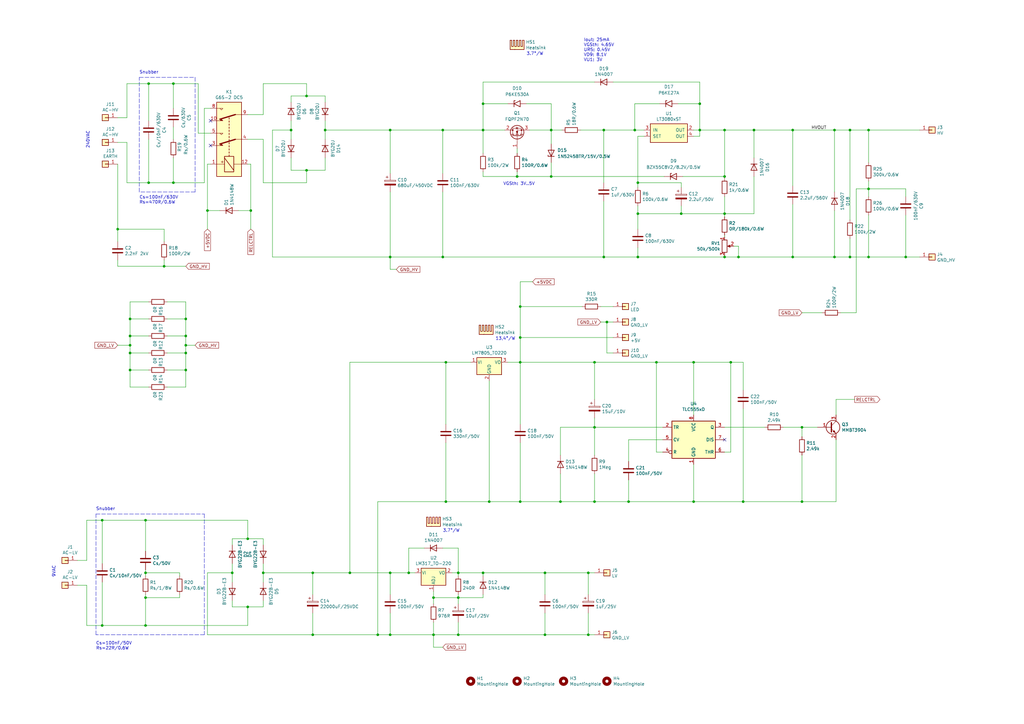
<source format=kicad_sch>
(kicad_sch (version 20211123) (generator eeschema)
  (paper "A3")
  (title_block (title "HV Power Supply LT3080 Maida") (date "2022-10-01") (rev "3"))
  (junction (at 213.36 138.43))
  (junction (at 76.2 151.765))
  (junction (at 181.61 105.41))
  (junction (at 269.24 148.59))
  (junction (at 198.12 234.95))
  (junction (at 213.36 148.59))
  (junction (at 299.72 148.59))
  (junction (at 182.88 205.74))
  (junction (at 154.94 260.35))
  (junction (at 48.26 93.98))
  (junction (at 53.34 144.78))
  (junction (at 348.615 53.34))
  (junction (at 59.69 256.54))
  (junction (at 325.12 105.41))
  (junction (at 53.34 130.81))
  (junction (at 229.87 205.74))
  (junction (at 243.84 205.74))
  (junction (at 297.18 53.34))
  (junction (at 226.06 72.39))
  (junction (at 59.69 245.11))
  (junction (at 101.6 248.92))
  (junction (at 177.8 260.35))
  (junction (at 342.265 53.34))
  (junction (at 261.62 74.93))
  (junction (at 128.27 234.95))
  (junction (at 160.02 260.35))
  (junction (at 257.81 205.74))
  (junction (at 160.02 105.41))
  (junction (at 53.34 137.795))
  (junction (at 297.18 72.39))
  (junction (at 167.64 234.95))
  (junction (at 102.87 86.36))
  (junction (at 59.69 213.36))
  (junction (at 212.09 72.39))
  (junction (at 187.96 260.35))
  (junction (at 297.18 87.63))
  (junction (at 223.52 234.95))
  (junction (at 76.2 130.81))
  (junction (at 125.73 39.37))
  (junction (at 187.96 234.95))
  (junction (at 247.65 105.41))
  (junction (at 125.73 69.85))
  (junction (at 297.18 105.41))
  (junction (at 243.84 175.26))
  (junction (at 304.8 205.74))
  (junction (at 248.92 132.08))
  (junction (at 187.96 245.11))
  (junction (at 76.2 141.605))
  (junction (at 41.91 256.54))
  (junction (at 71.12 34.29))
  (junction (at 325.12 53.34))
  (junction (at 279.4 87.63))
  (junction (at 348.615 105.41))
  (junction (at 241.3 234.95))
  (junction (at 181.61 53.34))
  (junction (at 260.35 53.34))
  (junction (at 160.02 234.95))
  (junction (at 371.475 105.41))
  (junction (at 128.27 260.35))
  (junction (at 243.84 148.59))
  (junction (at 287.02 53.34))
  (junction (at 213.36 205.74))
  (junction (at 287.02 42.545))
  (junction (at 53.34 141.605))
  (junction (at 241.3 260.35))
  (junction (at 284.48 205.74))
  (junction (at 198.12 42.545))
  (junction (at 160.02 53.34))
  (junction (at 342.265 105.41))
  (junction (at 213.36 125.73))
  (junction (at 328.93 205.74))
  (junction (at 143.51 234.95))
  (junction (at 101.6 220.98))
  (junction (at 356.235 105.41))
  (junction (at 261.62 105.41))
  (junction (at 223.52 260.35))
  (junction (at 182.88 148.59))
  (junction (at 107.95 234.95))
  (junction (at 328.93 175.26))
  (junction (at 53.34 151.765))
  (junction (at 76.2 137.795))
  (junction (at 261.62 87.63))
  (junction (at 133.35 53.34))
  (junction (at 302.895 105.41))
  (junction (at 309.245 53.34))
  (junction (at 177.8 245.11))
  (junction (at 200.66 205.74))
  (junction (at 226.06 53.34))
  (junction (at 119.38 53.34))
  (junction (at 41.91 213.36))
  (junction (at 60.96 74.93))
  (junction (at 284.48 148.59))
  (junction (at 247.65 53.34))
  (junction (at 198.12 53.34))
  (junction (at 59.69 234.95))
  (junction (at 60.96 34.29))
  (junction (at 95.25 234.95))
  (junction (at 356.235 77.47))
  (junction (at 85.09 86.36))
  (junction (at 71.12 74.93))
  (junction (at 67.31 109.22))
  (junction (at 356.235 53.34))
  (junction (at 76.2 144.78))
  (no_connect (at 297.18 180.34))
  (no_connect (at 86.36 49.53))
  (no_connect (at 86.36 59.69))
  (wire (pts (xy 356.235 74.295) (xy 356.235 77.47)))
  (wire (pts (xy 297.18 53.34) (xy 297.18 72.39)))
  (wire (pts (xy 302.895 100.965) (xy 302.895 105.41)))
  (wire (pts (xy 101.6 256.54) (xy 101.6 248.92)))
  (wire (pts (xy 95.25 220.98) (xy 101.6 220.98)))
  (wire (pts (xy 68.58 151.765) (xy 76.2 151.765)))
  (wire (pts (xy 351.155 77.47) (xy 356.235 77.47)))
  (wire (pts (xy 226.06 59.055) (xy 226.06 53.34)))
  (wire (pts (xy 371.475 105.41) (xy 377.19 105.41)))
  (polyline (pts (xy 39.37 260.35) (xy 39.37 210.82)))
  (wire (pts (xy 287.02 53.34) (xy 284.48 53.34)))
  (wire (pts (xy 181.61 53.34) (xy 198.12 53.34)))
  (wire (pts (xy 60.96 57.15) (xy 60.96 74.93)))
  (wire (pts (xy 302.895 105.41) (xy 325.12 105.41)))
  (wire (pts (xy 309.245 53.34) (xy 309.245 64.77)))
  (wire (pts (xy 53.34 137.795) (xy 53.34 141.605)))
  (wire (pts (xy 71.12 74.93) (xy 60.96 74.93)))
  (wire (pts (xy 342.9 180.34) (xy 342.9 205.74)))
  (wire (pts (xy 107.95 46.99) (xy 107.95 34.29)))
  (wire (pts (xy 297.18 185.42) (xy 299.72 185.42)))
  (wire (pts (xy 187.96 224.79) (xy 181.61 224.79)))
  (wire (pts (xy 177.8 260.35) (xy 177.8 255.27)))
  (wire (pts (xy 128.27 260.35) (xy 128.27 251.46)))
  (wire (pts (xy 213.36 115.57) (xy 213.36 125.73)))
  (wire (pts (xy 76.2 109.22) (xy 67.31 109.22)))
  (wire (pts (xy 328.93 205.74) (xy 304.8 205.74)))
  (wire (pts (xy 261.62 84.455) (xy 261.62 87.63)))
  (wire (pts (xy 68.58 137.795) (xy 76.2 137.795)))
  (wire (pts (xy 243.84 205.74) (xy 243.84 194.31)))
  (wire (pts (xy 48.26 58.42) (xy 52.07 58.42)))
  (wire (pts (xy 95.25 231.14) (xy 95.25 234.95)))
  (wire (pts (xy 35.56 256.54) (xy 41.91 256.54)))
  (wire (pts (xy 198.12 33.655) (xy 198.12 42.545)))
  (wire (pts (xy 68.58 158.75) (xy 76.2 158.75)))
  (wire (pts (xy 31.75 240.03) (xy 35.56 240.03)))
  (wire (pts (xy 223.52 234.95) (xy 241.3 234.95)))
  (wire (pts (xy 300.99 100.965) (xy 302.895 100.965)))
  (wire (pts (xy 154.94 260.35) (xy 154.94 205.74)))
  (wire (pts (xy 48.26 141.605) (xy 53.34 141.605)))
  (wire (pts (xy 241.3 251.46) (xy 241.3 260.35)))
  (polyline (pts (xy 57.15 78.74) (xy 57.15 31.75)))
  (wire (pts (xy 325.12 83.82) (xy 325.12 105.41)))
  (wire (pts (xy 229.87 205.74) (xy 213.36 205.74)))
  (wire (pts (xy 177.8 245.11) (xy 187.96 245.11)))
  (wire (pts (xy 59.69 233.68) (xy 59.69 234.95)))
  (wire (pts (xy 226.06 53.34) (xy 217.17 53.34)))
  (wire (pts (xy 85.09 260.35) (xy 85.09 234.95)))
  (wire (pts (xy 128.27 243.84) (xy 128.27 234.95)))
  (wire (pts (xy 160.02 260.35) (xy 177.8 260.35)))
  (wire (pts (xy 71.12 64.77) (xy 71.12 74.93)))
  (wire (pts (xy 297.18 105.41) (xy 302.895 105.41)))
  (wire (pts (xy 67.31 109.22) (xy 48.26 109.22)))
  (wire (pts (xy 287.02 42.545) (xy 287.02 53.34)))
  (wire (pts (xy 287.02 42.545) (xy 287.02 33.655)))
  (wire (pts (xy 160.02 105.41) (xy 181.61 105.41)))
  (wire (pts (xy 226.06 53.34) (xy 230.505 53.34)))
  (wire (pts (xy 73.66 234.95) (xy 73.66 236.22)))
  (wire (pts (xy 71.12 34.29) (xy 81.28 34.29)))
  (wire (pts (xy 133.35 69.85) (xy 133.35 64.77)))
  (wire (pts (xy 261.62 101.6) (xy 261.62 105.41)))
  (wire (pts (xy 261.62 74.93) (xy 261.62 76.835)))
  (wire (pts (xy 226.06 72.39) (xy 212.09 72.39)))
  (wire (pts (xy 342.9 163.83) (xy 342.9 170.18)))
  (wire (pts (xy 35.56 213.36) (xy 41.91 213.36)))
  (wire (pts (xy 342.265 53.34) (xy 348.615 53.34)))
  (wire (pts (xy 68.58 123.825) (xy 76.2 123.825)))
  (wire (pts (xy 160.02 110.49) (xy 160.02 105.41)))
  (wire (pts (xy 181.61 105.41) (xy 247.65 105.41)))
  (wire (pts (xy 287.02 33.655) (xy 251.46 33.655)))
  (wire (pts (xy 71.12 52.07) (xy 71.12 57.15)))
  (wire (pts (xy 143.51 234.95) (xy 160.02 234.95)))
  (wire (pts (xy 304.8 167.64) (xy 304.8 205.74)))
  (wire (pts (xy 243.84 260.35) (xy 241.3 260.35)))
  (wire (pts (xy 270.51 42.545) (xy 260.35 42.545)))
  (wire (pts (xy 247.65 105.41) (xy 261.62 105.41)))
  (wire (pts (xy 81.28 34.29) (xy 81.28 54.61)))
  (wire (pts (xy 297.18 96.52) (xy 297.18 97.155)))
  (wire (pts (xy 213.36 125.73) (xy 213.36 138.43)))
  (wire (pts (xy 247.65 53.34) (xy 260.35 53.34)))
  (wire (pts (xy 243.84 175.26) (xy 229.87 175.26)))
  (wire (pts (xy 251.46 138.43) (xy 213.36 138.43)))
  (wire (pts (xy 278.13 42.545) (xy 287.02 42.545)))
  (wire (pts (xy 181.61 265.43) (xy 177.8 265.43)))
  (wire (pts (xy 177.8 260.35) (xy 187.96 260.35)))
  (wire (pts (xy 309.245 72.39) (xy 309.245 87.63)))
  (wire (pts (xy 218.44 115.57) (xy 213.36 115.57)))
  (wire (pts (xy 187.96 243.84) (xy 187.96 245.11)))
  (wire (pts (xy 101.6 220.98) (xy 107.95 220.98)))
  (wire (pts (xy 304.8 205.74) (xy 284.48 205.74)))
  (wire (pts (xy 223.52 243.84) (xy 223.52 234.95)))
  (wire (pts (xy 76.2 141.605) (xy 80.01 141.605)))
  (wire (pts (xy 119.38 69.85) (xy 125.73 69.85)))
  (wire (pts (xy 187.96 234.95) (xy 187.96 224.79)))
  (wire (pts (xy 213.36 138.43) (xy 213.36 148.59)))
  (wire (pts (xy 181.61 78.74) (xy 181.61 105.41)))
  (wire (pts (xy 243.84 175.26) (xy 243.84 171.45)))
  (wire (pts (xy 243.84 175.26) (xy 243.84 186.69)))
  (wire (pts (xy 187.96 234.95) (xy 198.12 234.95)))
  (wire (pts (xy 53.34 151.765) (xy 60.96 151.765)))
  (wire (pts (xy 76.2 141.605) (xy 76.2 144.78)))
  (wire (pts (xy 128.27 260.35) (xy 154.94 260.35)))
  (wire (pts (xy 111.76 53.34) (xy 111.76 105.41)))
  (wire (pts (xy 128.27 260.35) (xy 85.09 260.35)))
  (wire (pts (xy 248.92 132.08) (xy 251.46 132.08)))
  (wire (pts (xy 246.38 132.08) (xy 248.92 132.08)))
  (wire (pts (xy 272.415 72.39) (xy 226.06 72.39)))
  (polyline (pts (xy 57.15 31.75) (xy 80.01 31.75)))
  (wire (pts (xy 247.65 82.55) (xy 247.65 105.41)))
  (wire (pts (xy 226.06 53.34) (xy 226.06 42.545)))
  (wire (pts (xy 223.52 251.46) (xy 223.52 260.35)))
  (wire (pts (xy 52.07 58.42) (xy 52.07 74.93)))
  (wire (pts (xy 31.75 229.87) (xy 35.56 229.87)))
  (wire (pts (xy 182.88 148.59) (xy 182.88 173.99)))
  (wire (pts (xy 107.95 220.98) (xy 107.95 223.52)))
  (wire (pts (xy 182.88 181.61) (xy 182.88 205.74)))
  (wire (pts (xy 182.88 148.59) (xy 143.51 148.59)))
  (wire (pts (xy 53.34 130.81) (xy 53.34 137.795)))
  (wire (pts (xy 187.96 260.35) (xy 223.52 260.35)))
  (wire (pts (xy 162.56 110.49) (xy 160.02 110.49)))
  (wire (pts (xy 133.35 53.34) (xy 133.35 57.15)))
  (wire (pts (xy 119.38 53.34) (xy 119.38 49.53)))
  (wire (pts (xy 68.58 130.81) (xy 76.2 130.81)))
  (wire (pts (xy 284.48 205.74) (xy 257.81 205.74)))
  (wire (pts (xy 284.48 148.59) (xy 269.24 148.59)))
  (wire (pts (xy 351.155 128.27) (xy 351.155 77.47)))
  (wire (pts (xy 297.18 87.63) (xy 309.245 87.63)))
  (wire (pts (xy 200.66 156.21) (xy 200.66 205.74)))
  (wire (pts (xy 279.4 74.93) (xy 261.62 74.93)))
  (wire (pts (xy 297.18 80.645) (xy 297.18 87.63)))
  (wire (pts (xy 297.18 53.34) (xy 287.02 53.34)))
  (wire (pts (xy 48.26 93.98) (xy 48.26 99.06)))
  (wire (pts (xy 125.73 39.37) (xy 133.35 39.37)))
  (wire (pts (xy 48.26 67.31) (xy 48.26 93.98)))
  (wire (pts (xy 198.12 53.34) (xy 198.12 62.865)))
  (wire (pts (xy 342.265 86.36) (xy 342.265 105.41)))
  (wire (pts (xy 243.84 205.74) (xy 229.87 205.74)))
  (wire (pts (xy 177.8 245.11) (xy 177.8 242.57)))
  (wire (pts (xy 107.95 34.29) (xy 125.73 34.29)))
  (wire (pts (xy 297.18 104.775) (xy 297.18 105.41)))
  (wire (pts (xy 160.02 53.34) (xy 181.61 53.34)))
  (wire (pts (xy 247.65 53.34) (xy 247.65 74.93)))
  (wire (pts (xy 60.96 123.825) (xy 53.34 123.825)))
  (wire (pts (xy 299.72 148.59) (xy 284.48 148.59)))
  (wire (pts (xy 243.84 33.655) (xy 198.12 33.655)))
  (wire (pts (xy 60.96 137.795) (xy 53.34 137.795)))
  (wire (pts (xy 76.2 151.765) (xy 76.2 144.78)))
  (wire (pts (xy 304.8 160.02) (xy 304.8 148.59)))
  (wire (pts (xy 344.805 128.27) (xy 351.155 128.27)))
  (wire (pts (xy 60.96 34.29) (xy 60.96 49.53)))
  (wire (pts (xy 160.02 53.34) (xy 160.02 71.12)))
  (wire (pts (xy 328.93 175.26) (xy 321.31 175.26)))
  (wire (pts (xy 59.69 243.84) (xy 59.69 245.11)))
  (wire (pts (xy 297.18 87.63) (xy 297.18 88.9)))
  (wire (pts (xy 41.91 256.54) (xy 41.91 238.76)))
  (wire (pts (xy 213.36 173.99) (xy 213.36 148.59)))
  (wire (pts (xy 119.38 41.91) (xy 119.38 39.37)))
  (wire (pts (xy 81.28 54.61) (xy 86.36 54.61)))
  (wire (pts (xy 342.265 53.34) (xy 342.265 78.74)))
  (wire (pts (xy 261.62 87.63) (xy 261.62 93.98)))
  (wire (pts (xy 53.34 151.765) (xy 53.34 144.78)))
  (wire (pts (xy 198.12 72.39) (xy 212.09 72.39)))
  (wire (pts (xy 181.61 71.12) (xy 181.61 53.34)))
  (wire (pts (xy 107.95 234.95) (xy 128.27 234.95)))
  (wire (pts (xy 101.6 213.36) (xy 101.6 220.98)))
  (polyline (pts (xy 80.01 78.74) (xy 57.15 78.74)))
  (wire (pts (xy 59.69 213.36) (xy 41.91 213.36)))
  (wire (pts (xy 85.09 67.31) (xy 86.36 67.31)))
  (wire (pts (xy 119.38 57.15) (xy 119.38 53.34)))
  (wire (pts (xy 356.235 53.34) (xy 356.235 66.675)))
  (wire (pts (xy 167.64 224.79) (xy 167.64 234.95)))
  (wire (pts (xy 107.95 234.95) (xy 107.95 238.76)))
  (wire (pts (xy 356.235 105.41) (xy 371.475 105.41)))
  (wire (pts (xy 177.8 265.43) (xy 177.8 260.35)))
  (wire (pts (xy 342.265 105.41) (xy 348.615 105.41)))
  (wire (pts (xy 167.64 234.95) (xy 170.18 234.95)))
  (wire (pts (xy 328.93 128.27) (xy 337.185 128.27)))
  (wire (pts (xy 143.51 148.59) (xy 143.51 234.95)))
  (wire (pts (xy 102.87 67.31) (xy 102.87 86.36)))
  (wire (pts (xy 261.62 55.88) (xy 261.62 74.93)))
  (wire (pts (xy 198.12 53.34) (xy 207.01 53.34)))
  (wire (pts (xy 243.84 148.59) (xy 269.24 148.59)))
  (wire (pts (xy 67.31 99.06) (xy 67.31 93.98)))
  (wire (pts (xy 284.48 55.88) (xy 287.02 55.88)))
  (wire (pts (xy 356.235 77.47) (xy 371.475 77.47)))
  (wire (pts (xy 125.73 74.93) (xy 107.95 74.93)))
  (wire (pts (xy 238.125 53.34) (xy 247.65 53.34)))
  (wire (pts (xy 182.88 205.74) (xy 200.66 205.74)))
  (wire (pts (xy 85.09 86.36) (xy 85.09 67.31)))
  (wire (pts (xy 264.16 55.88) (xy 261.62 55.88)))
  (wire (pts (xy 284.48 170.18) (xy 284.48 148.59)))
  (wire (pts (xy 101.6 67.31) (xy 102.87 67.31)))
  (wire (pts (xy 297.18 53.34) (xy 309.245 53.34)))
  (wire (pts (xy 160.02 78.74) (xy 160.02 105.41)))
  (wire (pts (xy 107.95 57.15) (xy 101.6 57.15)))
  (wire (pts (xy 299.72 185.42) (xy 299.72 148.59)))
  (wire (pts (xy 251.46 144.78) (xy 248.92 144.78)))
  (wire (pts (xy 59.69 256.54) (xy 41.91 256.54)))
  (wire (pts (xy 185.42 234.95) (xy 187.96 234.95)))
  (wire (pts (xy 187.96 236.22) (xy 187.96 234.95)))
  (wire (pts (xy 198.12 42.545) (xy 198.12 53.34)))
  (wire (pts (xy 48.26 48.26) (xy 52.07 48.26)))
  (wire (pts (xy 101.6 46.99) (xy 107.95 46.99)))
  (wire (pts (xy 85.09 234.95) (xy 95.25 234.95)))
  (wire (pts (xy 83.82 44.45) (xy 86.36 44.45)))
  (wire (pts (xy 223.52 260.35) (xy 241.3 260.35)))
  (wire (pts (xy 246.38 125.73) (xy 251.46 125.73)))
  (wire (pts (xy 125.73 69.85) (xy 125.73 74.93)))
  (wire (pts (xy 53.34 144.78) (xy 60.96 144.78)))
  (wire (pts (xy 198.12 70.485) (xy 198.12 72.39)))
  (wire (pts (xy 198.12 234.95) (xy 198.12 236.22)))
  (wire (pts (xy 67.31 93.98) (xy 48.26 93.98)))
  (wire (pts (xy 198.12 243.84) (xy 198.12 245.11)))
  (wire (pts (xy 309.245 53.34) (xy 325.12 53.34)))
  (wire (pts (xy 59.69 226.06) (xy 59.69 213.36)))
  (wire (pts (xy 68.58 144.78) (xy 76.2 144.78)))
  (wire (pts (xy 95.25 234.95) (xy 95.25 238.76)))
  (wire (pts (xy 342.9 205.74) (xy 328.93 205.74)))
  (wire (pts (xy 119.38 39.37) (xy 125.73 39.37)))
  (wire (pts (xy 133.35 53.34) (xy 160.02 53.34)))
  (wire (pts (xy 325.12 53.34) (xy 342.265 53.34)))
  (wire (pts (xy 35.56 229.87) (xy 35.56 213.36)))
  (wire (pts (xy 71.12 34.29) (xy 71.12 44.45)))
  (wire (pts (xy 279.4 84.455) (xy 279.4 87.63)))
  (wire (pts (xy 177.8 247.65) (xy 177.8 245.11)))
  (wire (pts (xy 356.235 53.34) (xy 377.19 53.34)))
  (wire (pts (xy 328.93 186.69) (xy 328.93 205.74)))
  (wire (pts (xy 76.2 137.795) (xy 76.2 141.605)))
  (wire (pts (xy 52.07 34.29) (xy 60.96 34.29)))
  (wire (pts (xy 325.12 105.41) (xy 342.265 105.41)))
  (wire (pts (xy 271.78 175.26) (xy 243.84 175.26)))
  (wire (pts (xy 215.9 42.545) (xy 226.06 42.545)))
  (wire (pts (xy 102.87 86.36) (xy 97.79 86.36)))
  (wire (pts (xy 76.2 130.81) (xy 76.2 137.795)))
  (wire (pts (xy 160.02 260.35) (xy 160.02 251.46)))
  (wire (pts (xy 200.66 205.74) (xy 213.36 205.74)))
  (wire (pts (xy 304.8 148.59) (xy 299.72 148.59)))
  (wire (pts (xy 107.95 231.14) (xy 107.95 234.95)))
  (wire (pts (xy 95.25 248.92) (xy 95.25 246.38)))
  (wire (pts (xy 198.12 245.11) (xy 187.96 245.11)))
  (wire (pts (xy 48.26 109.22) (xy 48.26 106.68)))
  (wire (pts (xy 160.02 105.41) (xy 111.76 105.41)))
  (wire (pts (xy 73.66 245.11) (xy 59.69 245.11)))
  (wire (pts (xy 297.18 87.63) (xy 279.4 87.63)))
  (wire (pts (xy 325.12 76.2) (xy 325.12 53.34)))
  (wire (pts (xy 59.69 245.11) (xy 59.69 256.54)))
  (wire (pts (xy 107.95 74.93) (xy 107.95 57.15)))
  (wire (pts (xy 35.56 240.03) (xy 35.56 256.54)))
  (wire (pts (xy 229.87 175.26) (xy 229.87 186.69)))
  (wire (pts (xy 335.28 175.26) (xy 328.93 175.26)))
  (wire (pts (xy 348.615 105.41) (xy 356.235 105.41)))
  (wire (pts (xy 76.2 123.825) (xy 76.2 130.81)))
  (wire (pts (xy 348.615 90.17) (xy 348.615 53.34)))
  (wire (pts (xy 269.24 185.42) (xy 269.24 148.59)))
  (wire (pts (xy 59.69 256.54) (xy 101.6 256.54)))
  (polyline (pts (xy 83.82 260.35) (xy 39.37 260.35)))
  (wire (pts (xy 257.81 205.74) (xy 243.84 205.74)))
  (polyline (pts (xy 83.82 210.82) (xy 83.82 260.35)))
  (wire (pts (xy 101.6 213.36) (xy 59.69 213.36)))
  (wire (pts (xy 229.87 205.74) (xy 229.87 194.31)))
  (wire (pts (xy 348.615 97.79) (xy 348.615 105.41)))
  (wire (pts (xy 212.09 70.485) (xy 212.09 72.39)))
  (wire (pts (xy 198.12 234.95) (xy 223.52 234.95)))
  (wire (pts (xy 133.35 39.37) (xy 133.35 41.91)))
  (wire (pts (xy 52.07 74.93) (xy 60.96 74.93)))
  (wire (pts (xy 102.87 93.98) (xy 102.87 86.36)))
  (wire (pts (xy 356.235 77.47) (xy 356.235 80.645)))
  (wire (pts (xy 71.12 74.93) (xy 83.82 74.93)))
  (wire (pts (xy 260.35 53.34) (xy 264.16 53.34)))
  (wire (pts (xy 198.12 42.545) (xy 208.28 42.545)))
  (wire (pts (xy 154.94 205.74) (xy 182.88 205.74)))
  (wire (pts (xy 271.78 180.34) (xy 257.81 180.34)))
  (wire (pts (xy 280.035 72.39) (xy 297.18 72.39)))
  (wire (pts (xy 95.25 220.98) (xy 95.25 223.52)))
  (wire (pts (xy 41.91 213.36) (xy 41.91 231.14)))
  (polyline (pts (xy 80.01 31.75) (xy 80.01 78.74)))
  (wire (pts (xy 241.3 234.95) (xy 243.84 234.95)))
  (wire (pts (xy 53.34 123.825) (xy 53.34 130.81)))
  (wire (pts (xy 226.06 66.675) (xy 226.06 72.39)))
  (wire (pts (xy 213.36 148.59) (xy 243.84 148.59)))
  (wire (pts (xy 125.73 39.37) (xy 125.73 34.29)))
  (wire (pts (xy 119.38 64.77) (xy 119.38 69.85)))
  (wire (pts (xy 297.18 72.39) (xy 297.18 73.025)))
  (wire (pts (xy 128.27 234.95) (xy 143.51 234.95)))
  (polyline (pts (xy 39.37 210.82) (xy 83.82 210.82)))
  (wire (pts (xy 59.69 236.22) (xy 59.69 234.95)))
  (wire (pts (xy 187.96 260.35) (xy 187.96 255.27)))
  (wire (pts (xy 73.66 243.84) (xy 73.66 245.11)))
  (wire (pts (xy 213.36 125.73) (xy 238.76 125.73)))
  (wire (pts (xy 243.84 163.83) (xy 243.84 148.59)))
  (wire (pts (xy 241.3 243.84) (xy 241.3 234.95)))
  (wire (pts (xy 248.92 144.78) (xy 248.92 132.08)))
  (wire (pts (xy 101.6 248.92) (xy 107.95 248.92)))
  (wire (pts (xy 60.96 158.75) (xy 53.34 158.75)))
  (wire (pts (xy 160.02 243.84) (xy 160.02 234.95)))
  (wire (pts (xy 76.2 158.75) (xy 76.2 151.765)))
  (wire (pts (xy 53.34 130.81) (xy 60.96 130.81)))
  (wire (pts (xy 187.96 245.11) (xy 187.96 247.65)))
  (wire (pts (xy 356.235 88.265) (xy 356.235 105.41)))
  (wire (pts (xy 133.35 49.53) (xy 133.35 53.34)))
  (wire (pts (xy 59.69 234.95) (xy 73.66 234.95)))
  (wire (pts (xy 95.25 248.92) (xy 101.6 248.92)))
  (wire (pts (xy 160.02 234.95) (xy 167.64 234.95)))
  (wire (pts (xy 53.34 158.75) (xy 53.34 151.765)))
  (wire (pts (xy 154.94 260.35) (xy 160.02 260.35)))
  (wire (pts (xy 348.615 53.34) (xy 356.235 53.34)))
  (wire (pts (xy 213.36 205.74) (xy 213.36 181.61)))
  (wire (pts (xy 125.73 69.85) (xy 133.35 69.85)))
  (wire (pts (xy 85.09 86.36) (xy 90.17 86.36)))
  (wire (pts (xy 107.95 246.38) (xy 107.95 248.92)))
  (wire (pts (xy 271.78 185.42) (xy 269.24 185.42)))
  (wire (pts (xy 212.09 60.96) (xy 212.09 62.865)))
  (wire (pts (xy 83.82 74.93) (xy 83.82 44.45)))
  (wire (pts (xy 279.4 87.63) (xy 261.62 87.63)))
  (wire (pts (xy 350.52 163.83) (xy 342.9 163.83)))
  (wire (pts (xy 371.475 88.265) (xy 371.475 105.41)))
  (wire (pts (xy 53.34 141.605) (xy 53.34 144.78)))
  (wire (pts (xy 284.48 190.5) (xy 284.48 205.74)))
  (wire (pts (xy 287.02 55.88) (xy 287.02 53.34)))
  (wire (pts (xy 257.81 180.34) (xy 257.81 189.23)))
  (wire (pts (xy 257.81 205.74) (xy 257.81 196.85)))
  (wire (pts (xy 279.4 76.835) (xy 279.4 74.93)))
  (wire (pts (xy 261.62 105.41) (xy 297.18 105.41)))
  (wire (pts (xy 328.93 179.07) (xy 328.93 175.26)))
  (wire (pts (xy 85.09 93.98) (xy 85.09 86.36)))
  (wire (pts (xy 297.18 175.26) (xy 313.69 175.26)))
  (wire (pts (xy 67.31 106.68) (xy 67.31 109.22)))
  (wire (pts (xy 193.04 148.59) (xy 182.88 148.59)))
  (wire (pts (xy 71.12 34.29) (xy 60.96 34.29)))
  (wire (pts (xy 260.35 42.545) (xy 260.35 53.34)))
  (wire (pts (xy 119.38 53.34) (xy 111.76 53.34)))
  (wire (pts (xy 371.475 80.645) (xy 371.475 77.47)))
  (wire (pts (xy 173.99 224.79) (xy 167.64 224.79)))
  (wire (pts (xy 208.28 148.59) (xy 213.36 148.59)))
  (wire (pts (xy 52.07 48.26) (xy 52.07 34.29)))
  (text "Snubber" (at 39.37 209.55 0) (effects (font (size 1.27 1.27)) (justify left bottom)))
  (text "Iout: 25mA\nVGSth: 4.65V\nUR5: 0.45V\nVD9: 8.1V\nVU1: 3V" (at 239.395 25.4 0) (effects (font (size 1.27 1.27)) (justify left bottom)))
  (text "Cs=100nF/630V\nRs=470R/0.6W" (at 57.15 83.82 0) (effects (font (size 1.27 1.27)) (justify left bottom)))
  (text "Snubber" (at 57.15 30.48 0) (effects (font (size 1.27 1.27)) (justify left bottom)))
  (text "13,4°/W" (at 203.2 139.7 0) (effects (font (size 1.27 1.27)) (justify left bottom)))
  (text "240VAC" (at 36.83 60.96 90) (effects (font (size 1.27 1.27)) (justify left bottom)))
  (text "9VAC" (at 22.86 236.855 90) (effects (font (size 1.27 1.27)) (justify left bottom)))
  (text "3.7°/W" (at 215.9 22.86 0) (effects (font (size 1.27 1.27)) (justify left bottom)))
  (text "Cs=100nF/50V\nRs=22R/0.6W" (at 39.37 266.7 0) (effects (font (size 1.27 1.27)) (justify left bottom)))
  (text "VGSth: 3V..5V" (at 206.375 76.2 0) (effects (font (size 1.27 1.27)) (justify left bottom)))
  (text "3.7°/W" (at 181.61 218.44 0) (effects (font (size 1.27 1.27)) (justify left bottom)))
  (label "HVOUT" (at 332.74 53.34 0))
  (global_label "RELCTRL" (shape input) (at 102.87 93.98 270) (property "Intersheet References" "${INTERSHEET_REFS}" (effects hide)))
  (global_label "+5VDC" (shape input) (at 218.44 115.57 0) (property "Intersheet References" "${INTERSHEET_REFS}" (effects hide)))
  (global_label "GND_LV" (shape input) (at 181.61 265.43 0) (property "Intersheet References" "${INTERSHEET_REFS}" (effects hide)))
  (global_label "+5VDC" (shape input) (at 85.09 93.98 270) (property "Intersheet References" "${INTERSHEET_REFS}" (effects hide)))
  (global_label "GND_HV" (shape input) (at 162.56 110.49 0) (property "Intersheet References" "${INTERSHEET_REFS}" (effects hide)))
  (global_label "GND_LV" (shape input) (at 48.26 141.605 180) (property "Intersheet References" "${INTERSHEET_REFS}" (effects hide)))
  (global_label "RELCTRL" (shape output) (at 350.52 163.83 0) (property "Intersheet References" "${INTERSHEET_REFS}" (effects hide)))
  (global_label "GND_HV" (shape input) (at 76.2 109.22 0) (property "Intersheet References" "${INTERSHEET_REFS}" (effects hide)))
  (global_label "GND_LV" (shape input) (at 246.38 132.08 180) (property "Intersheet References" "${INTERSHEET_REFS}" (effects hide)))
  (global_label "GND_HV" (shape input) (at 80.01 141.605 0) (property "Intersheet References" "${INTERSHEET_REFS}" (effects hide)))
  (global_label "GND_LV" (shape input) (at 328.93 128.27 180) (property "Intersheet References" "${INTERSHEET_REFS}" (effects hide)))
  (symbol (lib_id "Mechanical:MountingHole") (at 212.09 279.4 0) (unit 1)
    (property "Reference" "H2" (at 214.63 278.2316 0) (effects (justify left)))
    (property "Value" "MountingHole" (at 214.63 280.543 0) (effects (justify left)))
    (property "Footprint" "MountingHole:MountingHole_3.2mm_M3" (effects hide))
  )
  (symbol (lib_id "Mechanical:MountingHole") (at 231.14 279.4 0) (unit 1)
    (property "Reference" "H3" (at 233.68 278.2316 0) (effects (justify left)))
    (property "Value" "MountingHole" (at 233.68 280.543 0) (effects (justify left)))
    (property "Footprint" "MountingHole:MountingHole_3.2mm_M3" (effects hide))
  )
  (symbol (lib_id "Mechanical:MountingHole") (at 193.04 279.4 0) (unit 1)
    (property "Reference" "H1" (at 195.58 278.2316 0) (effects (justify left)))
    (property "Value" "MountingHole" (at 195.58 280.543 0) (effects (justify left)))
    (property "Footprint" "MountingHole:MountingHole_3.2mm_M3" (effects hide))
  )
  (symbol (lib_id "Mechanical:MountingHole") (at 248.92 279.4 0) (unit 1)
    (property "Reference" "H4" (at 251.46 278.2316 0) (effects (justify left)))
    (property "Value" "MountingHole" (at 251.46 280.543 0) (effects (justify left)))
    (property "Footprint" "MountingHole:MountingHole_3.2mm_M3" (effects hide))
  )
  (symbol (lib_id "Connector_Generic:Conn_01x01") (at 382.27 53.34 0) (unit 1)
    (property "Reference" "J3" (at 384.302 52.2732 0) (effects (justify left)))
    (property "Value" "HV" (at 384.302 54.5846 0) (effects (justify left)))
    (property "Footprint" "Connector_Pin:Pin_D1.3mm_L11.0mm" (effects hide))
  )
  (symbol (lib_id "Device:C_Polarized") (at 160.02 74.93 0) (unit 1)
    (property "Reference" "C10" (at 163.0172 73.7616 0) (effects (justify left)))
    (property "Value" "680uF/450VDC" (at 163.0172 76.073 0) (effects (justify left)))
    (property "Footprint" "Capacitor_THT:CP_Radial_D35.0mm_P10.00mm_SnapIn" (effects hide))
  )
  (symbol (lib_id "Device:C") (at 181.61 74.93 0) (unit 1)
    (property "Reference" "C11" (at 184.531 73.7616 0) (effects (justify left)))
    (property "Value" "100nF/630V" (at 184.531 76.073 0) (effects (justify left)))
    (property "Footprint" "Capacitor_THT:C_Rect_L18.0mm_W5.0mm_P15.00mm_FKS3_FKP3" (effects hide))
  )
  (symbol (lib_id "Device:R") (at 64.77 130.81 270) (unit 1)
    (property "Reference" "R17" (at 65.9384 132.588 0) (effects (justify left)))
    (property "Value" "0R" (at 63.627 132.588 0) (effects (justify left)))
    (property "Footprint" "Resistor_SMD:R_1206_3216Metric_Pad1.30x1.75mm_HandSolder" (effects hide))
  )
  (symbol (lib_id "Device:R") (at 64.77 123.825 270) (unit 1)
    (property "Reference" "R16" (at 65.9384 125.603 0) (effects (justify left)))
    (property "Value" "0R" (at 63.627 125.603 0) (effects (justify left)))
    (property "Footprint" "Resistor_SMD:R_1206_3216Metric_Pad1.30x1.75mm_HandSolder" (effects hide))
  )
  (symbol (lib_id "Device:C_Polarized") (at 128.27 247.65 0) (unit 1)
    (property "Reference" "C14" (at 131.2672 246.4816 0) (effects (justify left)))
    (property "Value" "22000uF/25VDC" (at 131.2672 248.793 0) (effects (justify left)))
    (property "Footprint" "Capacitor_THT:CP_Radial_D35.0mm_P10.00mm_SnapIn" (effects hide))
  )
  (symbol (lib_id "Regulator_Linear:LM317_TO-220") (at 177.8 234.95 0) (unit 1)
    (property "Reference" "U2" (at 177.8 228.8032 0))
    (property "Value" "LM317_TO-220" (at 177.8 231.1146 0))
    (property "Footprint" "Package_TO_SOT_THT:TO-220-3_Vertical" (effects hide))
    (property "Datasheet" "http://www.ti.com/lit/ds/symlink/lm317.pdf" (effects hide))
  )
  (symbol (lib_id "Device:C") (at 160.02 247.65 0) (unit 1)
    (property "Reference" "C15" (at 162.941 246.4816 0) (effects (justify left)))
    (property "Value" "100nF/50V" (at 162.941 248.793 0) (effects (justify left)))
    (property "Footprint" "Capacitor_SMD:C_0805_2012Metric_Pad1.18x1.45mm_HandSolder" (effects hide))
  )
  (symbol (lib_id "Device:R") (at 177.8 251.46 0) (unit 1)
    (property "Reference" "R7" (at 179.578 250.2916 0) (effects (justify left)))
    (property "Value" "976R" (at 179.578 252.603 0) (effects (justify left)))
    (property "Footprint" "Resistor_SMD:R_0805_2012Metric_Pad1.20x1.40mm_HandSolder" (effects hide))
  )
  (symbol (lib_id "Device:R") (at 187.96 240.03 0) (unit 1)
    (property "Reference" "R8" (at 189.738 238.8616 0) (effects (justify left)))
    (property "Value" "240R" (at 189.738 241.173 0) (effects (justify left)))
    (property "Footprint" "Resistor_SMD:R_0805_2012Metric_Pad1.20x1.40mm_HandSolder" (effects hide))
  )
  (symbol (lib_id "Diode:1N4007") (at 177.8 224.79 0) (unit 1)
    (property "Reference" "D11" (at 177.8 219.2782 0))
    (property "Value" "1N4007" (at 177.8 221.5896 0))
    (property "Footprint" "Diode_SMD:D_SMA_Handsoldering" (effects hide))
    (property "Datasheet" "http://www.vishay.com/docs/88503/1n4001.pdf" (effects hide))
  )
  (symbol (lib_id "Device:C_Polarized") (at 187.96 251.46 0) (unit 1)
    (property "Reference" "C17" (at 190.9572 250.2916 0) (effects (justify left)))
    (property "Value" "10uF/25V" (at 190.9572 252.603 0) (effects (justify left)))
    (property "Footprint" "Capacitor_THT:CP_Radial_D5.0mm_P2.00mm" (effects hide))
  )
  (symbol (lib_id "Diode:1N4007") (at 198.12 240.03 270) (unit 1)
    (property "Reference" "D12" (at 200.152 238.8616 90) (effects (justify left)))
    (property "Value" "1N4148W" (at 200.152 241.173 90) (effects (justify left)))
    (property "Footprint" "Diode_SMD:D_SOD-123" (effects hide))
    (property "Datasheet" "http://www.vishay.com/docs/88503/1n4001.pdf" (effects hide))
  )
  (symbol (lib_id "Connector_Generic:Conn_01x01") (at 382.27 105.41 0) (unit 1)
    (property "Reference" "J4" (at 384.302 104.3432 0) (effects (justify left)))
    (property "Value" "GND_HV" (at 384.302 106.6546 0) (effects (justify left)))
    (property "Footprint" "Connector_Pin:Pin_D1.3mm_L11.0mm" (effects hide))
  )
  (symbol (lib_id "Transistor_BJT:MMBT3904") (at 340.36 175.26 0) (unit 1)
    (property "Reference" "Q3" (at 345.2114 174.0916 0) (effects (justify left)))
    (property "Value" "MMBT3904" (at 345.2114 176.403 0) (effects (justify left)))
    (property "Footprint" "Package_TO_SOT_SMD:SOT-23" (effects hide))
    (property "Datasheet" "https://www.onsemi.com/pub/Collateral/2N3903-D.PDF" (effects hide))
  )
  (symbol (lib_id "Device:R") (at 328.93 182.88 0) (unit 1)
    (property "Reference" "R11" (at 330.708 181.7116 0) (effects (justify left)))
    (property "Value" "2.49k" (at 330.708 184.023 0) (effects (justify left)))
    (property "Footprint" "Resistor_SMD:R_0805_2012Metric_Pad1.20x1.40mm_HandSolder" (effects hide))
  )
  (symbol (lib_id "Device:R") (at 317.5 175.26 270) (unit 1)
    (property "Reference" "R10" (at 317.5 170.0022 90))
    (property "Value" "2.49k" (at 317.5 172.3136 90))
    (property "Footprint" "Resistor_SMD:R_0805_2012Metric_Pad1.20x1.40mm_HandSolder" (effects hide))
  )
  (symbol (lib_id "Timer:TLC555xD") (at 284.48 180.34 0) (unit 1)
    (property "Reference" "U4" (at 284.48 165.5826 0))
    (property "Value" "TLC555xD" (at 284.48 167.894 0))
    (property "Footprint" "Package_SO:SOIC-8_3.9x4.9mm_P1.27mm" (effects hide))
    (property "Datasheet" "http://www.ti.com/lit/ds/symlink/tlc555.pdf" (effects hide))
  )
  (symbol (lib_id "Regulator_Linear:LM7805_TO220") (at 200.66 148.59 0) (unit 1)
    (property "Reference" "U3" (at 200.66 142.4432 0))
    (property "Value" "LM7805_TO220" (at 200.66 144.7546 0))
    (property "Footprint" "Package_TO_SOT_THT:TO-220-3_Vertical" (effects hide))
    (property "Datasheet" "https://www.onsemi.cn/PowerSolutions/document/MC7800-D.PDF" (effects hide))
  )
  (symbol (lib_id "Device:C") (at 304.8 163.83 0) (unit 1)
    (property "Reference" "C22" (at 307.721 162.6616 0) (effects (justify left)))
    (property "Value" "100nF/50V" (at 307.721 164.973 0) (effects (justify left)))
    (property "Footprint" "Capacitor_SMD:C_0805_2012Metric_Pad1.18x1.45mm_HandSolder" (effects hide))
  )
  (symbol (lib_id "Device:C_Polarized") (at 241.3 247.65 0) (unit 1)
    (property "Reference" "C19" (at 244.2972 246.4816 0) (effects (justify left)))
    (property "Value" "1uF/25V" (at 244.2972 248.793 0) (effects (justify left)))
    (property "Footprint" "Capacitor_THT:CP_Radial_D5.0mm_P2.00mm" (effects hide))
  )
  (symbol (lib_id "Connector_Generic:Conn_01x01") (at 248.92 260.35 0) (unit 1)
    (property "Reference" "J6" (at 250.952 259.2832 0) (effects (justify left)))
    (property "Value" "GND_LV" (at 250.952 261.5946 0) (effects (justify left)))
    (property "Footprint" "Connector_Pin:Pin_D1.3mm_L11.0mm" (effects hide))
  )
  (symbol (lib_id "Connector_Generic:Conn_01x01") (at 248.92 234.95 0) (unit 1)
    (property "Reference" "J5" (at 250.952 233.8832 0) (effects (justify left)))
    (property "Value" "LV" (at 250.952 236.1946 0) (effects (justify left)))
    (property "Footprint" "Connector_Pin:Pin_D1.3mm_L11.0mm" (effects hide))
  )
  (symbol (lib_id "Device:C") (at 257.81 193.04 0) (unit 1)
    (property "Reference" "C21" (at 260.731 191.8716 0) (effects (justify left)))
    (property "Value" "100nF/50V" (at 260.731 194.183 0) (effects (justify left)))
    (property "Footprint" "Capacitor_SMD:C_0805_2012Metric_Pad1.18x1.45mm_HandSolder" (effects hide))
  )
  (symbol (lib_id "Device:C_Polarized") (at 243.84 167.64 0) (unit 1)
    (property "Reference" "C20" (at 246.8372 166.4716 0) (effects (justify left)))
    (property "Value" "15uF/10V" (at 246.8372 168.783 0) (effects (justify left)))
    (property "Footprint" "Capacitor_Tantalum_SMD:CP_EIA-3216-12_Kemet-S_Pad1.58x1.35mm_HandSolder" (effects hide))
  )
  (symbol (lib_id "Device:R") (at 243.84 190.5 0) (unit 1)
    (property "Reference" "R9" (at 245.618 189.3316 0) (effects (justify left)))
    (property "Value" "1Meg" (at 245.618 191.643 0) (effects (justify left)))
    (property "Footprint" "Resistor_SMD:R_0805_2012Metric_Pad1.20x1.40mm_HandSolder" (effects hide))
  )
  (symbol (lib_id "Diode:1N4148W") (at 229.87 190.5 270) (unit 1)
    (property "Reference" "D13" (at 231.902 189.3316 90) (effects (justify left)))
    (property "Value" "1N4148W" (at 231.902 191.643 90) (effects (justify left)))
    (property "Footprint" "Diode_SMD:D_SOD-123" (effects hide))
    (property "Datasheet" "https://www.vishay.com/docs/85748/1n4148w.pdf" (effects hide))
  )
  (symbol (lib_id "Device:C") (at 182.88 177.8 0) (unit 1)
    (property "Reference" "C16" (at 185.801 176.6316 0) (effects (justify left)))
    (property "Value" "330nF/50V" (at 185.801 178.943 0) (effects (justify left)))
    (property "Footprint" "Capacitor_SMD:C_0805_2012Metric_Pad1.18x1.45mm_HandSolder" (effects hide))
  )
  (symbol (lib_id "Device:C") (at 213.36 177.8 0) (unit 1)
    (property "Reference" "C18" (at 216.281 176.6316 0) (effects (justify left)))
    (property "Value" "100nF/50V" (at 216.281 178.943 0) (effects (justify left)))
    (property "Footprint" "Capacitor_SMD:C_0805_2012Metric_Pad1.18x1.45mm_HandSolder" (effects hide))
  )
  (symbol (lib_id "Mechanical:Heatsink") (at 177.8 215.9 0) (unit 1)
    (property "Reference" "HS3" (at 181.4068 212.8266 0) (effects (justify left)))
    (property "Value" "Heatsink" (at 181.4068 215.138 0) (effects (justify left)))
    (property "Footprint" "Heatsink:Heatsink_Fischer_SK129-STS_42x25mm_2xDrill2.5mm" (effects hide))
  )
  (symbol (lib_id "Device:R") (at 64.77 137.795 270) (unit 1)
    (property "Reference" "R12" (at 65.9384 139.573 0) (effects (justify left)))
    (property "Value" "0R" (at 63.627 139.573 0) (effects (justify left)))
    (property "Footprint" "Resistor_SMD:R_1206_3216Metric_Pad1.30x1.75mm_HandSolder" (effects hide))
  )
  (symbol (lib_id "Device:R") (at 64.77 144.78 270) (unit 1)
    (property "Reference" "R13" (at 65.9384 146.558 0) (effects (justify left)))
    (property "Value" "0R" (at 63.627 146.558 0) (effects (justify left)))
    (property "Footprint" "Resistor_SMD:R_1206_3216Metric_Pad1.30x1.75mm_HandSolder" (effects hide))
  )
  (symbol (lib_id "Device:R") (at 64.77 151.765 270) (unit 1)
    (property "Reference" "R14" (at 65.9384 153.543 0) (effects (justify left)))
    (property "Value" "0R" (at 63.627 153.543 0) (effects (justify left)))
    (property "Footprint" "Resistor_SMD:R_1206_3216Metric_Pad1.30x1.75mm_HandSolder" (effects hide))
  )
  (symbol (lib_id "Device:R") (at 242.57 125.73 270) (unit 1)
    (property "Reference" "R15" (at 242.57 120.4722 90))
    (property "Value" "330R" (at 242.57 122.7836 90))
    (property "Footprint" "Resistor_SMD:R_0805_2012Metric_Pad1.20x1.40mm_HandSolder" (effects hide))
  )
  (symbol (lib_id "Connector_Generic:Conn_01x01") (at 256.54 132.08 0) (unit 1)
    (property "Reference" "J8" (at 258.572 131.0132 0) (effects (justify left)))
    (property "Value" "GND_LV" (at 258.572 133.3246 0) (effects (justify left)))
    (property "Footprint" "Connector_Pin:Pin_D1.0mm_L10.0mm" (effects hide))
  )
  (symbol (lib_id "Connector_Generic:Conn_01x01") (at 256.54 125.73 0) (unit 1)
    (property "Reference" "J7" (at 258.572 124.6632 0) (effects (justify left)))
    (property "Value" "LED" (at 258.572 126.9746 0) (effects (justify left)))
    (property "Footprint" "Connector_Pin:Pin_D1.0mm_L10.0mm" (effects hide))
  )
  (symbol (lib_id "Connector_Generic:Conn_01x01") (at 256.54 144.78 0) (unit 1)
    (property "Reference" "J10" (at 258.572 143.7132 0) (effects (justify left)))
    (property "Value" "GND_LV" (at 258.572 146.0246 0) (effects (justify left)))
    (property "Footprint" "Connector_Pin:Pin_D1.0mm_L10.0mm" (effects hide))
  )
  (symbol (lib_id "Connector_Generic:Conn_01x01") (at 256.54 138.43 0) (unit 1)
    (property "Reference" "J9" (at 258.572 137.3632 0) (effects (justify left)))
    (property "Value" "+5V" (at 258.572 139.6746 0) (effects (justify left)))
    (property "Footprint" "Connector_Pin:Pin_D1.0mm_L10.0mm" (effects hide))
  )
  (symbol (lib_id "Mechanical:Heatsink") (at 199.39 137.16 0) (unit 1)
    (property "Reference" "HS2" (at 202.9968 134.0866 0) (effects (justify left)))
    (property "Value" "Heatsink" (at 202.9968 136.398 0) (effects (justify left)))
    (property "Footprint" "Heatsink:Heatsink_Fischer_SK104-STC-STIC_35x13mm_2xDrill2.5mm" (effects hide))
  )
  (symbol (lib_id "Diode:1N4007") (at 342.265 82.55 270) (unit 1)
    (property "Reference" "D18" (at 347.7768 82.55 0))
    (property "Value" "1N4007" (at 345.4654 82.55 0))
    (property "Footprint" "Diode_THT:D_DO-41_SOD81_P10.16mm_Horizontal" (effects hide))
    (property "Datasheet" "http://www.vishay.com/docs/88503/1n4001.pdf" (effects hide))
  )
  (symbol (lib_id "Device:D") (at 95.25 227.33 270) (unit 1)
    (property "Reference" "D2" (at 100.7618 227.33 0))
    (property "Value" "BYG22B-E3" (at 98.4504 227.33 0))
    (property "Footprint" "Diode_SMD:D_SMA_Handsoldering" (effects hide))
  )
  (symbol (lib_id "Device:D") (at 95.25 242.57 90) (unit 1)
    (property "Reference" "D3" (at 89.7382 242.57 0))
    (property "Value" "BYG22B-E3" (at 92.0496 242.57 0))
    (property "Footprint" "Diode_SMD:D_SMA_Handsoldering" (effects hide))
  )
  (symbol (lib_id "Device:D") (at 107.95 227.33 90) (unit 1)
    (property "Reference" "D4" (at 102.4382 227.33 0))
    (property "Value" "BYG22B-E3" (at 104.7496 227.33 0))
    (property "Footprint" "Diode_SMD:D_SMA_Handsoldering" (effects hide))
  )
  (symbol (lib_id "Device:D") (at 107.95 242.57 270) (unit 1)
    (property "Reference" "D5" (at 113.4618 242.57 0))
    (property "Value" "BYG22B-E3" (at 111.1504 242.57 0))
    (property "Footprint" "Diode_SMD:D_SMA_Handsoldering" (effects hide))
  )
  (symbol (lib_id "Connector_Generic:Conn_01x01") (at 26.67 229.87 0) (mirror y) (unit 1)
    (property "Reference" "J1" (at 28.7528 224.3582 0))
    (property "Value" "AC-LV" (at 28.7528 226.6696 0))
    (property "Footprint" "Connector_Pin:Pin_D1.3mm_L11.0mm" (effects hide))
  )
  (symbol (lib_id "Connector_Generic:Conn_01x01") (at 26.67 240.03 0) (mirror y) (unit 1)
    (property "Reference" "J2" (at 28.7528 234.5182 0))
    (property "Value" "AC-LV" (at 28.7528 236.8296 0))
    (property "Footprint" "Connector_Pin:Pin_D1.3mm_L11.0mm" (effects hide))
  )
  (symbol (lib_id "Device:C") (at 41.91 234.95 0) (unit 1)
    (property "Reference" "C1" (at 44.831 233.7816 0) (effects (justify left)))
    (property "Value" "Cx/10nF/50V" (at 44.831 236.093 0) (effects (justify left)))
    (property "Footprint" "Capacitor_SMD:C_0805_2012Metric_Pad1.18x1.45mm_HandSolder" (effects hide))
  )
  (symbol (lib_id "Device:C") (at 59.69 229.87 0) (unit 1)
    (property "Reference" "C3" (at 62.611 228.7016 0) (effects (justify left)))
    (property "Value" "Cs/50V" (at 62.611 231.013 0) (effects (justify left)))
    (property "Footprint" "Capacitor_SMD:C_0805_2012Metric_Pad1.18x1.45mm_HandSolder" (effects hide))
  )
  (symbol (lib_id "Device:R") (at 59.69 240.03 0) (unit 1)
    (property "Reference" "R1" (at 61.468 238.8616 0) (effects (justify left)))
    (property "Value" "Rs/1/8W" (at 61.468 241.173 0) (effects (justify left)))
    (property "Footprint" "Resistor_SMD:R_0805_2012Metric_Pad1.20x1.40mm_HandSolder" (effects hide))
  )
  (symbol (lib_id "Device:R") (at 73.66 240.03 0) (unit 1)
    (property "Reference" "R20" (at 75.438 238.8616 0) (effects (justify left)))
    (property "Value" "Rs/0.6W" (at 75.438 241.173 0) (effects (justify left)))
    (property "Footprint" "Resistor_THT:R_Axial_DIN0207_L6.3mm_D2.5mm_P10.16mm_Horizontal" (effects hide))
  )
  (symbol (lib_id "Device:D") (at 133.35 45.72 90) (unit 1)
    (property "Reference" "D8" (at 127.8636 45.72 0))
    (property "Value" "BYG20J" (at 130.175 45.72 0))
    (property "Footprint" "Diode_SMD:D_SMA_Handsoldering" (effects hide))
    (property "Datasheet" "http://www.vishay.com/docs/88503/1n4001.pdf" (effects hide))
  )
  (symbol (lib_id "Device:D") (at 119.38 45.72 270) (unit 1)
    (property "Reference" "D6" (at 124.8664 45.72 0))
    (property "Value" "BYG20J" (at 122.555 45.72 0))
    (property "Footprint" "Diode_SMD:D_SMA_Handsoldering" (effects hide))
    (property "Datasheet" "http://www.vishay.com/docs/88503/1n4001.pdf" (effects hide))
  )
  (symbol (lib_id "Device:D") (at 133.35 60.96 270) (unit 1)
    (property "Reference" "D14" (at 138.8364 60.96 0))
    (property "Value" "BYG20J" (at 136.525 60.96 0))
    (property "Footprint" "Diode_SMD:D_SMA_Handsoldering" (effects hide))
    (property "Datasheet" "http://www.vishay.com/docs/88503/1n4001.pdf" (effects hide))
  )
  (symbol (lib_id "Device:D") (at 119.38 60.96 90) (unit 1)
    (property "Reference" "D7" (at 113.8936 60.96 0))
    (property "Value" "BYG20J" (at 116.205 60.96 0))
    (property "Footprint" "Diode_SMD:D_SMA_Handsoldering" (effects hide))
    (property "Datasheet" "http://www.vishay.com/docs/88503/1n4001.pdf" (effects hide))
  )
  (symbol (lib_id "Device:C") (at 48.26 102.87 0) (unit 1)
    (property "Reference" "C2" (at 51.181 101.7016 0) (effects (justify left)))
    (property "Value" "2.2nF 2kV" (at 51.181 104.013 0) (effects (justify left)))
    (property "Footprint" "Capacitor_THT:C_Rect_L18.0mm_W5.0mm_P15.00mm_FKS3_FKP3" (effects hide))
  )
  (symbol (lib_id "Device:R") (at 67.31 102.87 0) (unit 1)
    (property "Reference" "R18" (at 69.088 101.7016 0) (effects (justify left)))
    (property "Value" "100R/2W" (at 69.088 104.013 0) (effects (justify left)))
    (property "Footprint" "Resistor_THT:R_Axial_DIN0414_L11.9mm_D4.5mm_P15.24mm_Horizontal" (effects hide))
  )
  (symbol (lib_id "Diode:1N4148W") (at 93.98 86.36 0) (unit 1)
    (property "Reference" "D1" (at 92.8116 84.328 90) (effects (justify left)))
    (property "Value" "1N4148W" (at 95.123 84.328 90) (effects (justify left)))
    (property "Footprint" "Diode_SMD:D_SOD-123" (effects hide))
    (property "Datasheet" "https://www.vishay.com/docs/85748/1n4148w.pdf" (effects hide))
  )
  (symbol (lib_id "Connector_Generic:Conn_01x01") (at 43.18 48.26 0) (mirror y) (unit 1)
    (property "Reference" "J11" (at 45.2628 42.7482 0))
    (property "Value" "AC-HV" (at 45.2628 45.0596 0))
    (property "Footprint" "Connector_Pin:Pin_D1.3mm_L11.0mm" (effects hide))
  )
  (symbol (lib_id "Connector_Generic:Conn_01x01") (at 43.18 58.42 0) (mirror y) (unit 1)
    (property "Reference" "J12" (at 45.2628 52.9082 0))
    (property "Value" "AC-HV" (at 45.2628 55.2196 0))
    (property "Footprint" "Connector_Pin:Pin_D1.3mm_L11.0mm" (effects hide))
  )
  (symbol (lib_id "Connector_Generic:Conn_01x01") (at 43.18 67.31 0) (mirror y) (unit 1)
    (property "Reference" "J13" (at 45.2628 61.7982 0))
    (property "Value" "EARTH" (at 45.2628 64.1096 0))
    (property "Footprint" "Connector_Pin:Pin_D1.3mm_L11.0mm" (effects hide))
  )
  (symbol (lib_id "Device:R") (at 71.12 60.96 0) (unit 1)
    (property "Reference" "R19" (at 73.66 62.23 90) (effects (justify left)))
    (property "Value" "Rs/0.6W" (at 76.2 63.5 90) (effects (justify left)))
    (property "Footprint" "Resistor_THT:R_Axial_DIN0207_L6.3mm_D2.5mm_P10.16mm_Horizontal" (effects hide))
  )
  (symbol (lib_id "Device:C") (at 71.12 48.26 180) (unit 1)
    (property "Reference" "C5" (at 77.5208 48.26 90))
    (property "Value" "Cs/630V" (at 75.2094 48.26 90))
    (property "Footprint" "Capacitor_THT:C_Rect_L18.0mm_W5.0mm_P15.00mm_FKS3_FKP3" (effects hide))
  )
  (symbol (lib_id "Device:C") (at 60.96 53.34 180) (unit 1)
    (property "Reference" "C4" (at 67.3608 53.34 90))
    (property "Value" "Cx/10nF/630V" (at 65.0494 53.34 90))
    (property "Footprint" "Capacitor_THT:C_Rect_L13.0mm_W4.0mm_P10.00mm_FKS3_FKP3_MKS4" (effects hide))
  )
  (symbol (lib_id "Relay:G6S-2") (at 93.98 57.15 90) (unit 1)
    (property "Reference" "K1" (at 93.98 37.6682 90))
    (property "Value" "G6S-2 DC5" (at 93.98 39.9796 90))
    (property "Footprint" "Relay_THT:Relay_DPDT_Omron_G6S-2" (effects hide))
    (property "Datasheet" "http://omronfs.omron.com/en_US/ecb/products/pdf/en-g6s.pdf" (effects hide))
  )
  (symbol (lib_id "Mechanical:Heatsink") (at 212.09 20.32 0) (unit 1)
    (property "Reference" "HS1" (at 215.6968 17.2466 0) (effects (justify left)))
    (property "Value" "Heatsink" (at 215.6968 19.558 0) (effects (justify left)))
    (property "Footprint" "Heatsink:Heatsink_Fischer_SK129-STS_42x25mm_2xDrill2.5mm" (effects hide))
  )
  (symbol (lib_id "Device:C") (at 223.52 247.65 0) (unit 1)
    (property "Reference" "C6" (at 226.441 246.4816 0) (effects (justify left)))
    (property "Value" "100nF/50V" (at 226.441 248.793 0) (effects (justify left)))
    (property "Footprint" "Capacitor_SMD:C_0805_2012Metric_Pad1.18x1.45mm_HandSolder" (effects hide))
  )
  (symbol (lib_id "Device:R") (at 297.18 92.71 180) (unit 1)
    (property "Reference" "R2" (at 298.958 91.5416 0) (effects (justify right)))
    (property "Value" "0R/180k/0.6W" (at 298.958 93.853 0) (effects (justify right)))
    (property "Footprint" "Resistor_THT:R_Axial_DIN0207_L6.3mm_D2.5mm_P10.16mm_Horizontal" (effects hide))
  )
  (symbol (lib_id "Device:R") (at 212.09 66.675 0) (unit 1)
    (property "Reference" "R4" (at 213.868 65.5066 0) (effects (justify left)))
    (property "Value" "100R/0.6W" (at 213.868 67.818 0) (effects (justify left)))
    (property "Footprint" "Resistor_THT:R_Axial_DIN0207_L6.3mm_D2.5mm_P10.16mm_Horizontal" (effects hide))
  )
  (symbol (lib_id "hv-power-supply-rescue:R_POT-Device") (at 297.18 100.965 0) (unit 1)
    (property "Reference" "RV1" (at 295.4274 99.7966 0) (effects (justify right)))
    (property "Value" "50k/500k" (at 295.4274 102.108 0) (effects (justify right)))
    (property "Footprint" "Potentiometer_THT:Potentiometer_Bourns_3296W_Vertical" (effects hide))
  )
  (symbol (lib_id "Transistor_FET:IRF740") (at 212.09 55.88 90) (unit 1)
    (property "Reference" "Q1" (at 212.09 46.355 90))
    (property "Value" "FQPF2N70" (at 212.09 48.895 90))
    (property "Footprint" "Package_TO_SOT_THT:TO-220-3_Vertical" (effects hide))
    (property "Datasheet" "http://www.vishay.com/docs/91054/91054.pdf" (effects hide))
  )
  (symbol (lib_id "hv-power-supply-rescue:CP-Device") (at 279.4 80.645 0) (unit 1)
    (property "Reference" "C12" (at 282.3972 79.4766 0) (effects (justify left)))
    (property "Value" "2.2uF/50V" (at 282.3972 81.788 0) (effects (justify left)))
    (property "Footprint" "Capacitor_THT:CP_Radial_D5.0mm_P2.50mm" (effects hide))
  )
  (symbol (lib_id "Device:R") (at 297.18 76.835 180) (unit 1)
    (property "Reference" "R21" (at 298.958 75.6666 0) (effects (justify right)))
    (property "Value" "1k/0.6W" (at 298.958 77.978 0) (effects (justify right)))
    (property "Footprint" "Resistor_THT:R_Axial_DIN0207_L6.3mm_D2.5mm_P10.16mm_Horizontal" (effects hide))
  )
  (symbol (lib_id "Diode:1N4007") (at 309.245 68.58 270) (unit 1)
    (property "Reference" "D16" (at 314.7568 68.58 0))
    (property "Value" "1N4007" (at 312.4454 68.58 0))
    (property "Footprint" "Diode_THT:D_DO-41_SOD81_P10.16mm_Horizontal" (effects hide))
    (property "Datasheet" "http://www.vishay.com/docs/88503/1n4001.pdf" (effects hide))
  )
  (symbol (lib_id "Diode:1N4007") (at 247.65 33.655 0) (unit 1)
    (property "Reference" "D19" (at 247.65 28.1432 0))
    (property "Value" "1N4007" (at 247.65 30.4546 0))
    (property "Footprint" "Diode_THT:D_DO-41_SOD81_P10.16mm_Horizontal" (effects hide))
    (property "Datasheet" "http://www.vishay.com/docs/88503/1n4001.pdf" (effects hide))
  )
  (symbol (lib_id "Diode:1.5KExxA") (at 274.32 42.545 0) (unit 1)
    (property "Reference" "D17" (at 274.32 35.56 0))
    (property "Value" "P6KE27A" (at 274.32 38.1 0))
    (property "Footprint" "Diode_THT:D_DO-15_P12.70mm_Horizontal" (effects hide))
    (property "Datasheet" "https://www.vishay.com/docs/88301/15ke.pdf" (effects hide))
  )
  (symbol (lib_id "Device:R") (at 198.12 66.675 0) (unit 1)
    (property "Reference" "R3" (at 199.898 65.5066 0) (effects (justify left)))
    (property "Value" "100k/2W" (at 199.898 67.818 0) (effects (justify left)))
    (property "Footprint" "Resistor_THT:R_Axial_DIN0414_L11.9mm_D4.5mm_P15.24mm_Horizontal" (effects hide))
  )
  (symbol (lib_id "Device:C") (at 247.65 78.74 0) (unit 1)
    (property "Reference" "C7" (at 250.571 77.5716 0) (effects (justify left)))
    (property "Value" "1uF/630V" (at 250.571 79.883 0) (effects (justify left)))
    (property "Footprint" "Capacitor_THT:C_Rect_L26.5mm_W11.5mm_P22.50mm_MKS4" (effects hide))
  )
  (symbol (lib_id "Device:R") (at 261.62 80.645 180) (unit 1)
    (property "Reference" "R6" (at 263.398 79.4766 0) (effects (justify right)))
    (property "Value" "100k/0.6W" (at 263.398 81.788 0) (effects (justify right)))
    (property "Footprint" "Resistor_THT:R_Axial_DIN0207_L6.3mm_D2.5mm_P10.16mm_Horizontal" (effects hide))
  )
  (symbol (lib_id "Device:R") (at 356.235 70.485 0) (unit 1)
    (property "Reference" "R25" (at 358.013 69.3166 0) (effects (justify left)))
    (property "Value" "300k/0.6W" (at 358.013 71.628 0) (effects (justify left)))
    (property "Footprint" "Resistor_THT:R_Axial_DIN0207_L6.3mm_D2.5mm_P10.16mm_Horizontal" (effects hide))
  )
  (symbol (lib_id "Device:C") (at 325.12 80.01 0) (unit 1)
    (property "Reference" "C13" (at 328.041 78.8416 0) (effects (justify left)))
    (property "Value" "2.2uF/560V" (at 328.041 81.153 0) (effects (justify left)))
    (property "Footprint" "Capacitor_THT:C_Rect_L33.0mm_W15.0mm_P27.50mm_MKS4" (effects hide))
  )
  (symbol (lib_id "Device:R") (at 356.235 84.455 0) (unit 1)
    (property "Reference" "R26" (at 358.013 83.2866 0) (effects (justify left)))
    (property "Value" "100k/0.6W" (at 358.013 85.598 0) (effects (justify left)))
    (property "Footprint" "Resistor_THT:R_Axial_DIN0207_L6.3mm_D2.5mm_P10.16mm_Horizontal" (effects hide))
  )
  (symbol (lib_id "Device:R") (at 340.995 128.27 90) (unit 1)
    (property "Reference" "R24" (at 339.8266 126.492 0) (effects (justify left)))
    (property "Value" "100R/2W" (at 342.138 126.492 0) (effects (justify left)))
    (property "Footprint" "Resistor_THT:R_Axial_DIN0414_L11.9mm_D4.5mm_P15.24mm_Horizontal" (effects hide))
  )
  (symbol (lib_id "Device:R") (at 348.615 93.98 0) (unit 1)
    (property "Reference" "R22" (at 350.393 92.8116 0) (effects (justify left)))
    (property "Value" "100k/2W" (at 350.393 95.123 0) (effects (justify left)))
    (property "Footprint" "Resistor_THT:R_Axial_DIN0414_L11.9mm_D4.5mm_P15.24mm_Horizontal" (effects hide))
  )
  (symbol (lib_id "Device:C") (at 371.475 84.455 180) (unit 1)
    (property "Reference" "C9" (at 377.8758 84.455 90))
    (property "Value" "100nF/630V" (at 375.5644 84.455 90))
    (property "Footprint" "Capacitor_THT:C_Rect_L18.0mm_W5.0mm_P15.00mm_FKS3_FKP3" (effects hide))
  )
  (symbol (lib_id "Device:C") (at 261.62 97.79 0) (unit 1)
    (property "Reference" "C8" (at 264.541 96.6216 0) (effects (justify left)))
    (property "Value" "100nF/630V" (at 264.541 98.933 0) (effects (justify left)))
    (property "Footprint" "Capacitor_THT:C_Rect_L18.0mm_W5.0mm_P15.00mm_FKS3_FKP3" (effects hide))
  )
  (symbol (lib_id "Regulator_Linear:LT3080xST") (at 274.32 53.34 0) (unit 1)
    (property "Reference" "U1" (at 274.32 46.5582 0))
    (property "Value" "LT3080xST" (at 274.32 48.8696 0))
    (property "Footprint" "Package_TO_SOT_SMD:SOT-223" (effects hide))
    (property "Datasheet" "https://www.analog.com/media/en/technical-documentation/data-sheets/3080fc.pdf" (effects hide))
  )
  (symbol (lib_id "Device:R") (at 234.315 53.34 90) (unit 1)
    (property "Reference" "R5" (at 233.1466 51.562 0) (effects (justify left)))
    (property "Value" "18R/0.6W" (at 235.458 51.562 0) (effects (justify left)))
    (property "Footprint" "Resistor_THT:R_Axial_DIN0207_L6.3mm_D2.5mm_P10.16mm_Horizontal" (effects hide))
  )
  (symbol (lib_id "Diode:1N53xxB") (at 226.06 62.865 90) (unit 1)
    (property "Reference" "D15" (at 228.6 61.5949 90) (effects (justify right)))
    (property "Value" "1N5245BTR/15V/0.5W" (at 228.6 64.1349 90) (effects (justify right)))
    (property "Footprint" "Diode_THT:D_DO-35_SOD27_P7.62mm_Horizontal" (effects hide))
    (property "Datasheet" "https://diotec.com/tl_files/diotec/files/pdf/datasheets/1n5345b.pdf" (effects hide))
  )
  (symbol (lib_id "Device:R") (at 64.77 158.75 270) (unit 1)
    (property "Reference" "R23" (at 65.9384 160.528 0) (effects (justify left)))
    (property "Value" "0R" (at 63.627 160.528 0) (effects (justify left)))
    (property "Footprint" "Resistor_SMD:R_1206_3216Metric_Pad1.30x1.75mm_HandSolder" (effects hide))
  )
  (symbol (lib_id "Diode:1.5KExxA") (at 212.09 42.545 0) (unit 1)
    (property "Reference" "D10" (at 212.09 36.195 0))
    (property "Value" "P6KE530A" (at 212.09 38.735 0))
    (property "Footprint" "Diode_THT:D_DO-15_P12.70mm_Horizontal" (effects hide))
    (property "Datasheet" "https://www.vishay.com/docs/88301/15ke.pdf" (effects hide))
  )
  (symbol (lib_id "Diode:1N53xxB") (at 276.225 72.39 0) (unit 1)
    (property "Reference" "D9" (at 276.225 66.04 0))
    (property "Value" "BZX55C8V2/8.2V/0.5W" (at 276.225 68.58 0))
    (property "Footprint" "Diode_THT:D_DO-35_SOD27_P7.62mm_Horizontal" (effects hide))
    (property "Datasheet" "https://diotec.com/tl_files/diotec/files/pdf/datasheets/1n5345b.pdf" (effects hide))
  )
)
</source>
